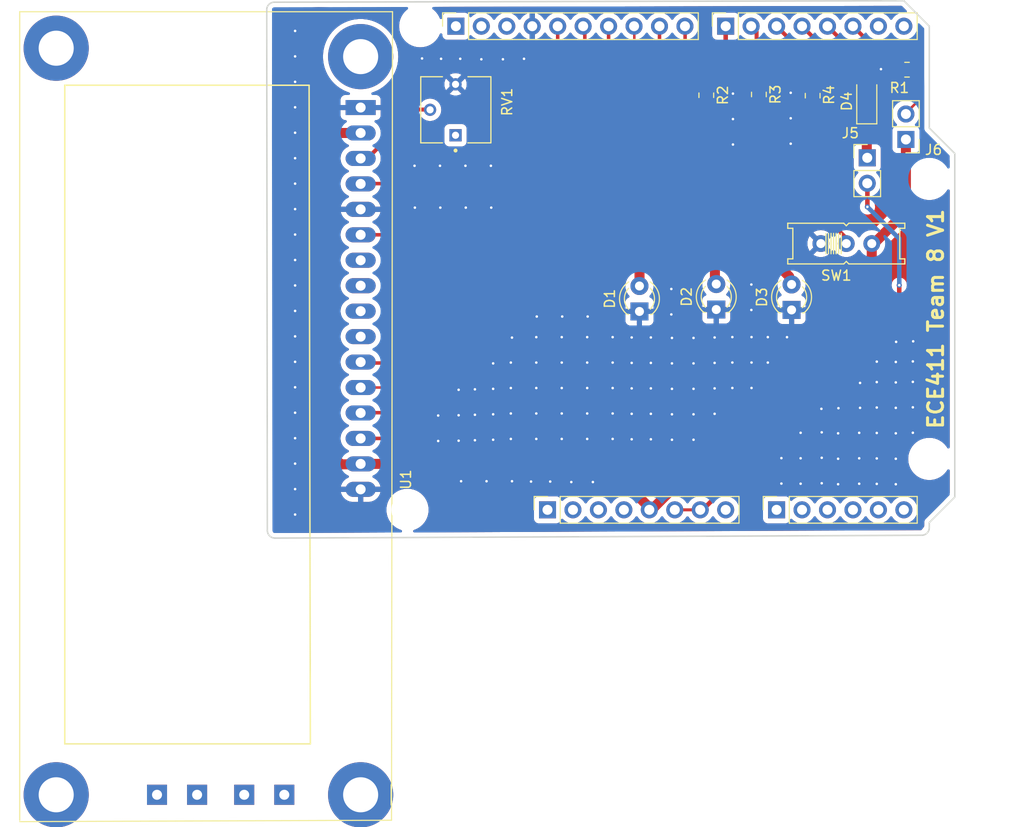
<source format=kicad_pcb>
(kicad_pcb (version 20211014) (generator pcbnew)
  (title_block (title "PCB Layout Arduino Shield") (date "2022-11-09") (rev "02"))
  (layers (0 "F.Cu" signal) (31 "B.Cu" signal) (34 "B.Paste" user) (35 "F.Paste" user) (36 "B.SilkS" user "B.Silkscreen") (37 "F.SilkS" user "F.Silkscreen") (38 "B.Mask" user) (39 "F.Mask" user) (44 "Edge.Cuts" user))
  (net 0 "")
  (net 1 "GND")
  (net 2 "Net-(D1-Pad2)")
  (net 3 "Net-(D2-Pad2)")
  (net 4 "Net-(D3-Pad2)")
  (net 5 "/UNO_DP10")
  (net 10 "+5V")
  (net 15 "/UNO_DP13")
  (net 16 "/UNO_DP12")
  (net 17 "/UNO_DP11")
  (net 18 "/UNO_DP9")
  (net 19 "/UNO_DP8")
  (net 20 "/UNO_DP7")
  (net 21 "/UNO_DP6")
  (net 22 "/UNO_DP5")
  (net 23 "/UNO_DP4")
  (net 24 "/UNO_DP3")
  (net 25 "/UNO_DP2")
  (net 28 "Net-(RV1-Pad2)")
  (net 38 "Net-(D4-Pad1)")
  (net 45 "GNDPWR")
  (footprint "Resistor_SMD:R_0805_2012Metric" (layer "F.Cu") (at 174.32717 70.272481 -90)
    (fp_text reference "R4" (at -0.078278 -1.635262 90) (layer "F.SilkS"))
    (fp_text value "330")
    (fp_line (start -0.227064 -0.735) (end 0.227064 -0.735) (layer "F.SilkS") (width 0.12))
    (fp_line (start -0.227064 0.735) (end 0.227064 0.735) (layer "F.SilkS") (width 0.12))
    (pad "1" smd roundrect (at -0.9125 0 270) (size 1.025 1.4) (layers "F.Cu" "F.Paste" "F.Mask") (roundrect_rratio 0.243902) (net 22 "/UNO_DP5"))
    (pad "2" smd roundrect (at 0.9125 0 270) (size 1.025 1.4) (layers "F.Cu" "F.Paste" "F.Mask") (roundrect_rratio 0.243902) (net 4 "Net-(D3-Pad2)"))
  )
  (footprint "trimmer:TRIM_3362P-1-505LF" (layer "F.Cu") (at 138.688281 71.683478 90)
    (fp_text reference "RV1" (at 0.783346 5.149516 90) (layer "F.SilkS") (effects (font (size 1.002756 1.002756))))
    (fp_text value "R_Potentiometer")
    (fp_line (start 3.3 -3.47) (end 3.3 -1.305) (layer "F.SilkS") (width 0.127))
    (fp_line (start 3.3 3.53) (end -3.3 3.53) (layer "F.SilkS") (width 0.127))
    (fp_line (start -3.3 -3.47) (end 3.3 -3.47) (layer "F.SilkS") (width 0.127))
    (fp_line (start 3.3 1.235) (end 3.3 3.52) (layer "F.SilkS") (width 0.127))
    (fp_line (start -3.3 3.52) (end -3.3 1.235) (layer "F.SilkS") (width 0.127))
    (fp_line (start -3.3 -1.305) (end -3.3 -3.47) (layer "F.SilkS") (width 0.127))
    (fp_circle (center -4.064 0) (end -3.964 0) (layer "F.SilkS") (width 0.2) (fill none))
    (pad "1" thru_hole rect locked (at -2.54 0 90) (size 1.222 1.222) (drill 0.714) (layers *.Cu *.Mask))
    (pad "2" thru_hole circle locked (at 0 -2.54 90) (size 1.222 1.222) (drill 0.714) (layers *.Cu *.Mask) (net 28 "Net-(RV1-Pad2)"))
    (pad "3" thru_hole circle locked (at 2.54 0 90) (size 1.222 1.222) (drill 0.714) (layers *.Cu *.Mask) (net 1 "GND"))
  )
  (footprint "Resistor_SMD:R_0805_2012Metric" (layer "F.Cu") (at 168.960138 70.153214 -90)
    (fp_text reference "R3" (at 0 -1.65 90) (layer "F.SilkS"))
    (fp_text value "330")
    (fp_line (start -0.227064 -0.735) (end 0.227064 -0.735) (layer "F.SilkS") (width 0.12))
    (fp_line (start -0.227064 0.735) (end 0.227064 0.735) (layer "F.SilkS") (width 0.12))
    (pad "1" smd roundrect (at -0.9125 0 270) (size 1.025 1.4) (layers "F.Cu" "F.Paste" "F.Mask") (roundrect_rratio 0.243902) (net 21 "/UNO_DP6"))
    (pad "2" smd roundrect (at 0.9125 0 270) (size 1.025 1.4) (layers "F.Cu" "F.Paste" "F.Mask") (roundrect_rratio 0.243902) (net 3 "Net-(D2-Pad2)"))
  )
  (footprint "Diode_SMD:D_SOD-123" (layer "F.Cu") (at 179.726747 70.834198 90)
    (fp_text reference "D4" (at 0 -2 90) (layer "F.SilkS"))
    (fp_text value "1N4148W")
    (fp_line (start -2.25 -1) (end 1.65 -1) (layer "F.SilkS") (width 0.12))
    (fp_line (start -2.25 -1) (end -2.25 1) (layer "F.SilkS") (width 0.12))
    (fp_line (start -2.25 1) (end 1.65 1) (layer "F.SilkS") (width 0.12))
    (pad "1" smd rect (at -1.65 0 90) (size 0.9 1.2) (layers "F.Cu" "F.Paste" "F.Mask") (net 38 "Net-(D4-Pad1)"))
    (pad "2" smd rect (at 1.65 0 90) (size 0.9 1.2) (layers "F.Cu" "F.Paste" "F.Mask") (net 24 "/UNO_DP3"))
  )
  (footprint "Connector_PinHeader_2.54mm:PinHeader_1x02_P2.54mm_Vertical" (layer "F.Cu") (at 183.630604 74.644607 180)
    (fp_text reference "J6" (at -2.758401 -1.034331) (layer "F.SilkS"))
    (fp_text value "Conn_01x02")
    (fp_line (start -1.33 -1.33) (end 0 -1.33) (layer "F.SilkS") (width 0.12))
    (fp_line (start 1.33 1.27) (end 1.33 3.87) (layer "F.SilkS") (width 0.12))
    (fp_line (start -1.33 3.87) (end 1.33 3.87) (layer "F.SilkS") (width 0.12))
    (fp_line (start -1.33 1.27) (end 1.33 1.27) (layer "F.SilkS") (width 0.12))
    (fp_line (start -1.33 1.27) (end -1.33 3.87) (layer "F.SilkS") (width 0.12))
    (fp_line (start -1.33 0) (end -1.33 -1.33) (layer "F.SilkS") (width 0.12))
    (pad "1" thru_hole rect (at 0 0 180) (size 1.7 1.7) (drill 1) (layers *.Cu *.Mask) (net 10 "+5V"))
    (pad "2" thru_hole oval (at 0 2.54 180) (size 1.7 1.7) (drill 1) (layers *.Cu *.Mask) (net 25 "/UNO_DP2"))
  )
  (footprint "Connector_PinHeader_2.54mm:PinHeader_1x02_P2.54mm_Vertical" (layer "F.Cu") (at 179.773182 76.475507)
    (fp_text reference "J5" (at -1.688258 -2.460925) (layer "F.SilkS"))
    (fp_text value "Conn_01x02")
    (fp_line (start -1.33 1.27) (end 1.33 1.27) (layer "F.SilkS") (width 0.12))
    (fp_line (start -1.33 -1.33) (end 0 -1.33) (layer "F.SilkS") (width 0.12))
    (fp_line (start 1.33 1.27) (end 1.33 3.87) (layer "F.SilkS") (width 0.12))
    (fp_line (start -1.33 1.27) (end -1.33 3.87) (layer "F.SilkS") (width 0.12))
    (fp_line (start -1.33 0) (end -1.33 -1.33) (layer "F.SilkS") (width 0.12))
    (fp_line (start -1.33 3.87) (end 1.33 3.87) (layer "F.SilkS") (width 0.12))
    (pad "1" thru_hole rect (at 0 0) (size 1.7 1.7) (drill 1) (layers *.Cu *.Mask) (net 38 "Net-(D4-Pad1)"))
    (pad "2" thru_hole oval (at 0 2.54) (size 1.7 1.7) (drill 1) (layers *.Cu *.Mask) (net 45 "GNDPWR"))
  )
  (footprint "Arduino_MountingHole:MountingHole_3.2mm" (layer "F.Cu") (at 185.966658 78.581644)
    (fp_text reference "MH3" hide)
    (fp_text value "MountingHole_3.2mm" hide)
    (pad "" np_thru_hole circle locked (at 0 0) (size 3.2 3.2) (drill 3.2) (layers *.Cu *.Mask))
  )
  (footprint "Connector_PinSocket_2.54mm:PinSocket_1x08_P2.54mm_Vertical" (layer "F.Cu") (at 147.866658 111.601644 90)
    (fp_text reference "J1" hide)
    (fp_text value "Power")
    (fp_line (start 0 -1.33) (end 1.33 -1.33) (layer "F.SilkS") (width 0.12))
    (fp_line (start -1.33 1.27) (end -1.33 19.11) (layer "F.SilkS") (width 0.12))
    (fp_line (start -1.33 19.11) (end 1.33 19.11) (layer "F.SilkS") (width 0.12))
    (fp_line (start 1.33 1.27) (end 1.33 19.11) (layer "F.SilkS") (width 0.12))
    (fp_line (start 1.33 -1.33) (end 1.33 0) (layer "F.SilkS") (width 0.12))
    (fp_line (start -1.33 1.27) (end 1.33 1.27) (layer "F.SilkS") (width 0.12))
    (pad "1" thru_hole rect locked (at 0 0 90) (size 1.7 1.7) (drill 1) (layers *.Cu *.Mask))
    (pad "2" thru_hole oval locked (at 0 2.54 90) (size 1.7 1.7) (drill 1) (layers *.Cu *.Mask))
    (pad "3" thru_hole oval locked (at 0 5.08 90) (size 1.7 1.7) (drill 1) (layers *.Cu *.Mask))
    (pad "4" thru_hole oval locked (at 0 7.62 90) (size 1.7 1.7) (drill 1) (layers *.Cu *.Mask))
    (pad "5" thru_hole oval locked (at 0 10.16 90) (size 1.7 1.7) (drill 1) (layers *.Cu *.Mask) (net 10 "+5V"))
    (pad "6" thru_hole oval locked (at 0 12.7 90) (size 1.7 1.7) (drill 1) (layers *.Cu *.Mask) (net 45 "GNDPWR"))
    (pad "7" thru_hole oval locked (at 0 15.24 90) (size 1.7 1.7) (drill 1) (layers *.Cu *.Mask) (net 45 "GNDPWR"))
    (pad "8" thru_hole oval locked (at 0 17.78 90) (size 1.7 1.7) (drill 1) (layers *.Cu *.Mask))
  )
  (footprint "LED_THT:LED_D3.0mm" (layer "F.Cu") (at 157.042097 91.806334 90)
    (fp_text reference "D1" (at 1.27 -2.96 90) (layer "F.SilkS"))
    (fp_text value "LED")
    (fp_line (start -0.29 1.08) (end -0.29 1.236) (layer "F.SilkS") (width 0.12))
    (fp_line (start -0.29 -1.236) (end -0.29 -1.08) (layer "F.SilkS") (width 0.12))
    (fp_arc (start 0.229039 -1.08) (mid 1.270117 -1.5) (end 2.31113 -1.079837) (layer "F.SilkS") (width 0.12))
    (fp_arc (start 2.942335 1.078608) (mid 1.366487 1.987659) (end -0.29 1.235516) (layer "F.SilkS") (width 0.12))
    (fp_arc (start -0.29 -1.235516) (mid 1.366487 -1.987659) (end 2.942335 -1.078608) (layer "F.SilkS") (width 0.12))
    (fp_arc (start 2.31113 1.079837) (mid 1.270117 1.5) (end 0.229039 1.08) (layer "F.SilkS") (width 0.12))
    (pad "1" thru_hole rect (at 0 0 90) (size 1.8 1.8) (drill 0.9) (layers *.Cu *.Mask) (net 1 "GND"))
    (pad "2" thru_hole circle (at 2.54 0 90) (size 1.8 1.8) (drill 0.9) (layers *.Cu *.Mask) (net 2 "Net-(D1-Pad2)"))
  )
  (footprint "Connector_PinSocket_2.54mm:PinSocket_1x10_P2.54mm_Vertical" (layer "F.Cu") (at 138.722658 63.341644 90)
    (fp_text reference "J2" hide)
    (fp_text value "Digital/PWM")
    (fp_line (start 1.33 1.27) (end 1.33 24.19) (layer "F.SilkS") (width 0.12))
    (fp_line (start -1.33 24.19) (end 1.33 24.19) (layer "F.SilkS") (width 0.12))
    (fp_line (start -1.33 1.27) (end -1.33 24.19) (layer "F.SilkS") (width 0.12))
    (fp_line (start 1.33 -1.33) (end 1.33 0) (layer "F.SilkS") (width 0.12))
    (fp_line (start -1.33 1.27) (end 1.33 1.27) (layer "F.SilkS") (width 0.12))
    (fp_line (start 0 -1.33) (end 1.33 -1.33) (layer "F.SilkS") (width 0.12))
    (pad "1" thru_hole rect locked (at 0 0 90) (size 1.7 1.7) (drill 1) (layers *.Cu *.Mask))
    (pad "2" thru_hole oval locked (at 0 2.54 90) (size 1.7 1.7) (drill 1) (layers *.Cu *.Mask))
    (pad "3" thru_hole oval locked (at 0 5.08 90) (size 1.7 1.7) (drill 1) (layers *.Cu *.Mask))
    (pad "4" thru_hole oval locked (at 0 7.62 90) (size 1.7 1.7) (drill 1) (layers *.Cu *.Mask) (net 1 "GND"))
    (pad "5" thru_hole oval locked (at 0 10.16 90) (size 1.7 1.7) (drill 1) (layers *.Cu *.Mask) (net 15 "/UNO_DP13"))
    (pad "6" thru_hole oval locked (at 0 12.7 90) (size 1.7 1.7) (drill 1) (layers *.Cu *.Mask) (net 16 "/UNO_DP12"))
    (pad "7" thru_hole oval locked (at 0 15.24 90) (size 1.7 1.7) (drill 1) (layers *.Cu *.Mask) (net 17 "/UNO_DP11"))
    (pad "8" thru_hole oval locked (at 0 17.78 90) (size 1.7 1.7) (drill 1) (layers *.Cu *.Mask) (net 5 "/UNO_DP10"))
    (pad "9" thru_hole oval locked (at 0 20.32 90) (size 1.7 1.7) (drill 1) (layers *.Cu *.Mask) (net 18 "/UNO_DP9"))
    (pad "10" thru_hole oval locked (at 0 22.86 90) (size 1.7 1.7) (drill 1) (layers *.Cu *.Mask) (net 19 "/UNO_DP8"))
  )
  (footprint "LED_THT:LED_D3.0mm" (layer "F.Cu") (at 172.222205 91.654025 90)
    (fp_text reference "D3" (at 1.27 -2.96 90) (layer "F.SilkS"))
    (fp_text value "LED")
    (fp_line (start -0.29 1.08) (end -0.29 1.236) (layer "F.SilkS") (width 0.12))
    (fp_line (start -0.29 -1.236) (end -0.29 -1.08) (layer "F.SilkS") (width 0.12))
    (fp_arc (start -0.29 -1.235516) (mid 1.366487 -1.987659) (end 2.942335 -1.078608) (layer "F.SilkS") (width 0.12))
    (fp_arc (start 0.229039 -1.08) (mid 1.270117 -1.5) (end 2.31113 -1.079837) (layer "F.SilkS") (width 0.12))
    (fp_arc (start 2.942335 1.078608) (mid 1.366487 1.987659) (end -0.29 1.235516) (layer "F.SilkS") (width 0.12))
    (fp_arc (start 2.31113 1.079837) (mid 1.270117 1.5) (end 0.229039 1.08) (layer "F.SilkS") (width 0.12))
    (pad "1" thru_hole rect (at 0 0 90) (size 1.8 1.8) (drill 0.9) (layers *.Cu *.Mask) (net 1 "GND"))
    (pad "2" thru_hole circle (at 2.54 0 90) (size 1.8 1.8) (drill 0.9) (layers *.Cu *.Mask) (net 4 "Net-(D3-Pad2)"))
  )
  (footprint "Arduino_MountingHole:MountingHole_3.2mm" (layer "F.Cu") (at 133.896658 111.601644)
    (fp_text reference "MH2" hide)
    (fp_text value "MountingHole_3.2mm" hide)
    (pad "" np_thru_hole circle locked (at 0 0) (size 3.2 3.2) (drill 3.2) (layers *.Cu *.Mask))
  )
  (footprint "Connector_PinSocket_2.54mm:PinSocket_1x08_P2.54mm_Vertical" (layer "F.Cu") (at 165.646658 63.341644 90)
    (fp_text reference "J4" hide)
    (fp_text value "Digital/PWM")
    (fp_line (start -1.33 1.27) (end 1.33 1.27) (layer "F.SilkS") (width 0.12))
    (fp_line (start -1.33 19.11) (end 1.33 19.11) (layer "F.SilkS") (width 0.12))
    (fp_line (start 1.33 -1.33) (end 1.33 0) (layer "F.SilkS") (width 0.12))
    (fp_line (start -1.33 1.27) (end -1.33 19.11) (layer "F.SilkS") (width 0.12))
    (fp_line (start 0 -1.33) (end 1.33 -1.33) (layer "F.SilkS") (width 0.12))
    (fp_line (start 1.33 1.27) (end 1.33 19.11) (layer "F.SilkS") (width 0.12))
    (pad "1" thru_hole rect locked (at 0 0 90) (size 1.7 1.7) (drill 1) (layers *.Cu *.Mask) (net 20 "/UNO_DP7"))
    (pad "2" thru_hole oval locked (at 0 2.54 90) (size 1.7 1.7) (drill 1) (layers *.Cu *.Mask) (net 21 "/UNO_DP6"))
    (pad "3" thru_hole oval locked (at 0 5.08 90) (size 1.7 1.7) (drill 1) (layers *.Cu *.Mask) (net 22 "/UNO_DP5"))
    (pad "4" thru_hole oval locked (at 0 7.62 90) (size 1.7 1.7) (drill 1) (layers *.Cu *.Mask) (net 23 "/UNO_DP4"))
    (pad "5" thru_hole oval locked (at 0 10.16 90) (size 1.7 1.7) (drill 1) (layers *.Cu *.Mask) (net 24 "/UNO_DP3"))
    (pad "6" thru_hole oval locked (at 0 12.7 90) (size 1.7 1.7) (drill 1) (layers *.Cu *.Mask) (net 25 "/UNO_DP2"))
    (pad "7" thru_hole oval locked (at 0 15.24 90) (size 1.7 1.7) (drill 1) (layers *.Cu *.Mask))
    (pad "8" thru_hole oval locked (at 0 17.78 90) (size 1.7 1.7) (drill 1) (layers *.Cu *.Mask))
  )
  (footprint "Resistor_SMD:R_0805_2012Metric" (layer "F.Cu") (at 183.742197 67.682633 180)
    (fp_text reference "R1" (at 0.765222 -1.813337) (layer "F.SilkS"))
    (fp_text value "10K")
    (fp_line (start -0.227064 -0.735) (end 0.227064 -0.735) (layer "F.SilkS") (width 0.12))
    (fp_line (start -0.227064 0.735) (end 0.227064 0.735) (layer "F.SilkS") (width 0.12))
    (pad "1" smd roundrect (at -0.9125 0 180) (size 1.025 1.4) (layers "F.Cu" "F.Paste" "F.Mask") (roundrect_rratio 0.243902) (net 25 "/UNO_DP2"))
    (pad "2" smd roundrect (at 0.9125 0 180) (size 1.025 1.4) (layers "F.Cu" "F.Paste" "F.Mask") (roundrect_rratio 0.243902) (net 1 "GND"))
  )
  (footprint "LED_THT:LED_D3.0mm" (layer "F.Cu") (at 164.706818 91.61367 90)
    (fp_text reference "D2" (at 1.27 -2.96 90) (layer "F.SilkS"))
    (fp_text value "LED")
    (fp_line (start -0.29 1.08) (end -0.29 1.236) (layer "F.SilkS") (width 0.12))
    (fp_line (start -0.29 -1.236) (end -0.29 -1.08) (layer "F.SilkS") (width 0.12))
    (fp_arc (start 0.229039 -1.08) (mid 1.270117 -1.5) (end 2.31113 -1.079837) (layer "F.SilkS") (width 0.12))
    (fp_arc (start 2.31113 1.079837) (mid 1.270117 1.5) (end 0.229039 1.08) (layer "F.SilkS") (width 0.12))
    (fp_arc (start 2.942335 1.078608) (mid 1.366487 1.987659) (end -0.29 1.235516) (layer "F.SilkS") (width 0.12))
    (fp_arc (start -0.29 -1.235516) (mid 1.366487 -1.987659) (end 2.942335 -1.078608) (layer "F.SilkS") (width 0.12))
    (pad "1" thru_hole rect (at 0 0 90) (size 1.8 1.8) (drill 0.9) (layers *.Cu *.Mask) (net 1 "GND"))
    (pad "2" thru_hole circle (at 2.54 0 90) (size 1.8 1.8) (drill 0.9) (layers *.Cu *.Mask) (net 3 "Net-(D2-Pad2)"))
  )
  (footprint "Resistor_SMD:R_0805_2012Metric" (layer "F.Cu") (at 163.712372 70.230842 -90)
    (fp_text reference "R2" (at 0 -1.65 90) (layer "F.SilkS"))
    (fp_text value "330")
    (fp_line (start -0.227064 -0.735) (end 0.227064 -0.735) (layer "F.SilkS") (width 0.12))
    (fp_line (start -0.227064 0.735) (end 0.227064 0.735) (layer "F.SilkS") (width 0.12))
    (pad "1" smd roundrect (at -0.9125 0 270) (size 1.025 1.4) (layers "F.Cu" "F.Paste" "F.Mask") (roundrect_rratio 0.243902) (net 20 "/UNO_DP7"))
    (pad "2" smd roundrect (at 0.9125 0 270) (size 1.025 1.4) (layers "F.Cu" "F.Paste" "F.Mask") (roundrect_rratio 0.243902) (net 2 "Net-(D1-Pad2)"))
  )
  (footprint "Connector_PinSocket_2.54mm:PinSocket_1x06_P2.54mm_Vertical" (layer "F.Cu") (at 170.726658 111.601644 90)
    (fp_text reference "J3" hide)
    (fp_text value "Analog")
    (fp_line (start -1.33 1.27) (end 1.33 1.27) (layer "F.SilkS") (width 0.12))
    (fp_line (start -1.33 1.27) (end -1.33 14.03) (layer "F.SilkS") (width 0.12))
    (fp_line (start 0 -1.33) (end 1.33 -1.33) (layer "F.SilkS") (width 0.12))
    (fp_line (start 1.33 1.27) (end 1.33 14.03) (layer "F.SilkS") (width 0.12))
    (fp_line (start 1.33 -1.33) (end 1.33 0) (layer "F.SilkS") (width 0.12))
    (fp_line (start -1.33 14.03) (end 1.33 14.03) (layer "F.SilkS") (width 0.12))
    (pad "1" thru_hole rect locked (at 0 0 90) (size 1.7 1.7) (drill 1) (layers *.Cu *.Mask))
    (pad "2" thru_hole oval locked (at 0 2.54 90) (size 1.7 1.7) (drill 1) (layers *.Cu *.Mask))
    (pad "3" thru_hole oval locked (at 0 5.08 90) (size 1.7 1.7) (drill 1) (layers *.Cu *.Mask))
    (pad "4" thru_hole oval locked (at 0 7.62 90) (size 1.7 1.7) (drill 1) (layers *.Cu *.Mask))
    (pad "5" thru_hole oval locked (at 0 10.16 90) (size 1.7 1.7) (drill 1) (layers *.Cu *.Mask))
    (pad "6" thru_hole oval locked (at 0 12.7 90) (size 1.7 1.7) (drill 1) (layers *.Cu *.Mask))
  )
  (footprint "Arduino_MountingHole:MountingHole_3.2mm" (layer "F.Cu") (at 185.966658 106.521644)
    (fp_text reference "MH4" hide)
    (fp_text value "MountingHole_3.2mm" hide)
    (pad "" np_thru_hole circle locked (at 0 0) (size 3.2 3.2) (drill 3.2) (layers *.Cu *.Mask))
  )
  (footprint "Arduino_MountingHole:MountingHole_3.2mm" (layer "F.Cu") (at 135.166658 63.341644)
    (fp_text reference "MH1" hide)
    (fp_text value "MountingHole_3.2mm" hide)
    (pad "" np_thru_hole circle locked (at 0 0) (size 3.2 3.2) (drill 3.2) (layers *.Cu *.Mask))
  )
  (footprint "Display:LCD-016N002L" (layer "F.Cu") (at 116.963929 109.874968 -90)
    (fp_text reference "U1" (at -1.292783 -16.772457 90) (layer "F.SilkS"))
    (fp_text value "LCD-016N002L")
    (fp_line (start 32.7025 -15.3355) (end 32.8425 21.7645) (layer "F.SilkS") (width 0.12))
    (fp_line (start -47.9775 -15.4355) (end -47.9775 21.7645) (layer "F.SilkS") (width 0.12))
    (fp_line (start -47.9775 21.7645) (end 32.7025 21.7645) (layer "F.SilkS") (width 0.12))
    (fp_line (start -40.64 17.272) (end 25.0825 17.272) (layer "F.SilkS") (width 0.15))
    (fp_line (start 29.1625 -15.2955) (end 31.1625 -15.2955) (layer "F.SilkS") (width 0.12))
    (fp_line (start 25.0825 -7.239) (end -40.64 -7.112) (layer "F.SilkS") (width 0.15))
    (fp_line (start 32.7025 -15.3355) (end -47.9775 -15.4355) (layer "F.SilkS") (width 0.12))
    (fp_line (start 25.0825 17.272) (end 25.0825 -7.239) (layer "F.SilkS") (width 0.15))
    (fp_line (start -40.64 -7.112) (end -40.64 17.272) (layer "F.SilkS") (width 0.15))
    (pad "" thru_hole circle (at -43.4975 -12.2555 90) (size 6.5 6.5) (drill 3.5) (layers *.Cu *.Mask))
    (pad "" thru_hole circle (at 30.1625 18.1245 90) (size 6.5 6.5) (drill 3.5) (layers *.Cu *.Mask))
    (pad "" thru_hole circle (at -44.3375 18.1245 90) (size 6.5 6.5) (drill 3.5) (layers *.Cu *.Mask))
    (pad "" thru_hole circle (at 30.1625 -12.2555 90) (size 6.5 6.5) (drill 3.5) (layers *.Cu *.Mask))
    (pad "1" thru_hole rect (at -38.4175 -12.2555 90) (size 1.5 3) (drill 1) (layers *.Cu *.Mask) (net 1 "GND"))
    (pad "2" thru_hole oval (at -35.8775 -12.2555 90) (size 1.5 3) (drill 1) (layers *.Cu *.Mask) (net 10 "+5V"))
    (pad "3" thru_hole oval (at -33.3375 -12.2555 90) (size 1.5 3) (drill 1) (layers *.Cu *.Mask) (net 28 "Net-(RV1-Pad2)"))
    (pad "4" thru_hole oval (at -30.7975 -12.2555 90) (size 1.5 3) (drill 1) (layers *.Cu *.Mask) (net 15 "/UNO_DP13"))
    (pad "5" thru_hole oval (at -28.2575 -12.2555 90) (size 1.5 3) (drill 1) (layers *.Cu *.Mask) (net 1 "GND"))
    (pad "6" thru_hole oval (at -25.7175 -12.2555 90) (size 1.5 3) (drill 1) (layers *.Cu *.Mask) (net 16 "/UNO_DP12"))
    (pad "7" thru_hole oval (at -23.1775 -12.2555 90) (size 1.5 3) (drill 1) (layers *.Cu *.Mask))
    (pad "8" thru_hole oval (at -20.6375 -12.2555 90) (size 1.5 3) (drill 1) (layers *.Cu *.Mask))
    (pad "9" thru_hole oval (at -18.0975 -12.2555 90) (size 1.5 3) (drill 1) (layers *.Cu *.Mask))
    (pad "10" thru_hole oval (at -15.5575 -12.2555 90) (size 1.5 3) (drill 1) (layers *.Cu *.Mask))
    (pad "11" thru_hole oval (at -13.0175 -12.2555 90) (size 1.5 3) (drill 1) (layers *.Cu *.Mask) (net 17 "/UNO_DP11"))
    (pad "12" thru_hole oval (at -10.4775 -12.2555 90) (size 1.5 3) (drill 1) (layers *.Cu *.Mask) (net 5 "/UNO_DP10"))
    (pad "13" thru_hole oval (at -7.9375 -12.2555 90) (size 1.5 3) (drill 1) (layers *.Cu *.Mask) (net 18 "/UNO_DP9"))
    (pad "14" thru_hole oval (at -5.3975 -12.2555 90) (size 1.5 3) (drill 1) (layers *.Cu *.Mask) (net 19 "/UNO_DP8"))
    (pad "15" thru_hole oval (at -2.8575 -12.2555 90) (size 1.5 3) (drill 1) (layers *.Cu *.Mask) (net 10 "+5V"))
    (pad "16" thru_hole oval (at -0.3175 -12.2555 90) (size 1.5 3) (drill 1) (layers *.Cu *.Mask) (net 1 "GND"))
    (pad "A1" thru_hole rect (at 30.1625 -4.6355 90) (size 2 2) (drill 1) (layers *.Cu *.Mask))
    (pad "A2" thru_hole rect (at 30.1625 4.0645 90) (size 2 2) (drill 1) (layers *.Cu *.Mask))
    (pad "K1" thru_hole rect (at 30.1625 -0.6355 90) (size 2 2) (drill 1) (layers *.Cu *.Mask))
    (pad "K2" thru_hole rect (at 30.1625 8.0645 90) (size 2 2) (drill 1) (layers *.Cu *.Mask))
  )
  (footprint "slideswitch:EG1218" (layer "F.Cu") (at 177.682885 85.033657)
    (fp_text reference "SW1" (at -1.000352 3.186822) (layer "F.SilkS"))
    (fp_text value "SW_SPDT")
    (fp_line (start -5.334 1.524) (end -5.334 -1.524) (layer "F.SilkS") (width 0.127))
    (fp_line (start -2.032 -1.016) (end -2.032 1.016) (layer "F.SilkS") (width 0.127))
    (fp_line (start 0.254 2.032) (end 0 1.778) (layer "F.SilkS") (width 0.127))
    (fp_line (start 5.334 1.524) (end 5.842 1.524) (layer "F.SilkS") (width 0.127))
    (fp_line (start 0 -1.778) (end 0.254 -2.032) (layer "F.SilkS") (width 0.127))
    (fp_line (start 5.842 -2.032) (end 5.842 -1.524) (layer "F.SilkS") (width 0.127))
    (fp_line (start 0.254 -2.032) (end 5.842 -2.032) (layer "F.SilkS") (width 0.127))
    (fp_line (start -5.334 -1.524) (end -5.842 -1.524) (layer "F.SilkS") (width 0.127))
    (fp_line (start -1.27 1.016) (end -1.27 -1.016) (layer "F.SilkS") (width 0.127))
    (fp_line (start 5.842 -1.524) (end 5.334 -1.524) (layer "F.SilkS") (width 0.127))
    (fp_line (start -0.762 1.016) (end -0.762 -1.016) (layer "F.SilkS") (width 0.127))
    (fp_line (start 5.334 -1.524) (end 5.334 1.524) (layer "F.SilkS") (width 0.127))
    (fp_line (start 5.842 1.524) (end 5.842 2.032) (layer "F.SilkS") (width 0.127))
    (fp_line (start -5.842 -1.524) (end -5.842 -2.032) (layer "F.SilkS") (width 0.127))
    (fp_line (start -1.524 -1.016) (end -1.524 1.016) (layer "F.SilkS") (width 0.127))
    (fp_line (start -1.778 1.016) (end -1.778 -1.016) (layer "F.SilkS") (width 0.127))
    (fp_line (start 5.842 2.032) (end 0.254 2.032) (layer "F.SilkS") (width 0.127))
    (fp_line (start 0 1.778) (end -0.254 2.032) (layer "F.SilkS") (width 0.127))
    (fp_line (start -0.508 -1.016) (end -0.508 1.016) (layer "F.SilkS") (width 0.127))
    (fp_line (start -1.016 -1.016) (end -1.016 1.016) (layer "F.SilkS") (width 0.127))
    (fp_line (start -5.842 1.524) (end -5.334 1.524) (layer "F.SilkS") (width 0.127))
    (fp_line (start -5.842 -2.032) (end -0.254 -2.032) (layer "F.SilkS") (width 0.127))
    (fp_line (start -5.842 2.032) (end -5.842 1.524) (layer "F.SilkS") (width 0.127))
    (fp_line (start -0.254 2.032) (end -5.842 2.032) (layer "F.SilkS") (width 0.127))
    (fp_line (start -0.254 -2.032) (end 0 -1.778) (layer "F.SilkS") (width 0.127))
    (pad "1" thru_hole circle locked (at -2.54 0) (size 1.6764 1.6764) (drill 0.9) (layers *.Cu *.Mask) (net 1 "GND"))
    (pad "2" thru_hole circle locked (at 0 0) (size 1.6764 1.6764) (drill 0.9) (layers *.Cu *.Mask) (net 23 "/UNO_DP4"))
    (pad "3" thru_hole circle locked (at 2.54 0) (size 1.6764 1.6764) (drill 0.9) (layers *.Cu *.Mask) (net 10 "+5V"))
  )
  (gr_line (start 119.910205 113.66038) (end 119.846739 61.70681) (layer "Edge.Cuts") (width 0.15))
  (gr_arc (start 119.846739 61.70681) (mid 120.069935 61.16801) (end 120.608739 60.94481) (layer "Edge.Cuts") (width 0.15))
  (gr_arc (start 185.966658 113.379644) (mid 185.743473 113.918459) (end 185.204658 114.141644) (layer "Edge.Cuts") (width 0.15))
  (gr_line (start 188.506658 76.041644) (end 188.506658 110.331644) (layer "Edge.Cuts") (width 0.15))
  (gr_arc (start 120.672205 114.42238) (mid 120.133347 114.199214) (end 119.910205 113.66038) (layer "Edge.Cuts") (width 0.15))
  (gr_line (start 120.608739 60.94481) (end 183.426658 60.801644) (layer "Edge.Cuts") (width 0.15))
  (gr_line (start 185.204658 114.141644) (end 120.672205 114.42238) (layer "Edge.Cuts") (width 0.15))
  (gr_line (start 185.966658 112.871644) (end 185.966658 113.379644) (layer "Edge.Cuts") (width 0.15))
  (gr_line (start 183.426658 60.801644) (end 185.966658 63.341644) (layer "Edge.Cuts") (width 0.15))
  (gr_line (start 185.966658 73.501644) (end 188.506658 76.041644) (layer "Edge.Cuts") (width 0.15))
  (gr_line (start 188.506658 110.331644) (end 185.966658 112.871644) (layer "Edge.Cuts") (width 0.15))
  (gr_line (start 185.966658 63.341644) (end 185.966658 73.501644) (layer "Edge.Cuts") (width 0.15))
  (gr_text "ECE411 Team 8 V1" (at 186.611308 92.553979 90) (layer "F.SilkS") (effects (font (size 1.5 1.5) (thickness 0.3))))
  (segment (start 182.83757 67.626785) (end 182.842269 67.631484) (width 0.1524) (layer "F.Cu") (net 1))
  (segment (start 181.141524 67.626785) (end 182.83757 67.626785) (width 0.3) (layer "F.Cu") (net 1))
  (via (at 184.322622 98.832407) (size 0.508) (drill 0.254) (layers "F.Cu" "B.Cu") (net 1))
  (via (at 144.206887 96.908482) (size 0.508) (drill 0.254) (layers "F.Cu" "B.Cu") (net 1))
  (via (at 140.62381 104.658002) (size 0.508) (drill 0.254) (layers "F.Cu" "B.Cu") (net 1))
  (via (at 158.179821 102.022329) (size 0.508) (drill 0.254) (layers "F.Cu" "B.Cu") (net 1))
  (via (at 141.783055 108.747826) (size 0.508) (drill 0.254) (layers "F.Cu" "B.Cu") (net 1))
  (via (at 184.322622 101.372407) (size 0.508) (drill 0.254) (layers "F.Cu" "B.Cu") (net 1))
  (via (at 138.997367 104.705838) (size 0.508) (drill 0.254) (layers "F.Cu" "B.Cu") (net 1))
  (via (at 168.225495 96.903819) (size 0.508) (drill 0.254) (layers "F.Cu" "B.Cu") (net 1))
  (via (at 169.851937 96.908482) (size 0.508) (drill 0.254) (layers "F.Cu" "B.Cu") (net 1))
  (via (at 156.266359 99.482329) (size 0.508) (drill 0.254) (layers "F.Cu" "B.Cu") (net 1))
  (via (at 184.324986 96.793185) (size 0.508) (drill 0.254) (layers "F.Cu" "B.Cu") (net 1))
  (via (at 168.208303 91.659802) (size 0.508) (drill 0.254) (layers "F.Cu" "B.Cu") (net 1))
  (via (at 136.956816 104.732752) (size 0.508) (drill 0.254) (layers "F.Cu" "B.Cu") (net 1))
  (via (at 146.746887 104.528482) (size 0.508) (drill 0.254) (layers "F.Cu" "B.Cu") (net 1))
  (via (at 162.437273 96.990165) (size 0.508) (drill 0.254) (layers "F.Cu" "B.Cu") (net 1))
  (via (at 154.366887 96.908482) (size 0.508) (drill 0.254) (layers "F.Cu" "B.Cu") (net 1))
  (via (at 168.225495 94.363819) (size 0.508) (drill 0.254) (layers "F.Cu" "B.Cu") (net 1))
  (via (at 176.897738 101.459251) (size 0.508) (drill 0.254) (layers "F.Cu" "B.Cu") (net 1))
  (via (at 162.437273 99.530165) (size 0.508) (drill 0.254) (layers "F.Cu" "B.Cu") (net 1))
  (via (at 164.542081 102.022329) (size 0.508) (drill 0.254) (layers "F.Cu" "B.Cu") (net 1))
  (via (at 156.266359 102.022329) (size 0.508) (drill 0.254) (layers "F.Cu" "B.Cu") (net 1))
  (via (at 154.366887 101.988482) (size 0.508) (drill 0.254) (layers "F.Cu" "B.Cu") (net 1))
  (via (at 181.141524 67.626785) (size 0.508) (drill 0.254) (layers "F.Cu" "B.Cu") (net 1))
  (via (at 156.266359 94.402329) (size 0.508) (drill 0.254) (layers "F.Cu" "B.Cu") (net 1))
  (via (at 172.135645 75.068201) (size 0.508) (drill 0.254) (layers "F.Cu" "B.Cu") (net 1))
  (via (at 137.137001 77.270621) (size 0.508) (drill 0.254) (layers "F.Cu" "B.Cu") (net 1))
  (via (at 146.746887 94.368482) (size 0.508) (drill 0.254) (layers "F.Cu" "B.Cu") (net 1))
  (via (at 180.722296 101.393832) (size 0.508) (drill 0.254) (layers "F.Cu" "B.Cu") (net 1))
  (via (at 152.393441 108.829509) (size 0.508) (drill 0.254) (layers "F.Cu" "B.Cu") (net 1))
  (via (at 149.333889 92.313173) (size 0.508) (drill 0.254) (layers "F.Cu" "B.Cu") (net 1))
  (via (at 164.542081 99.482329) (size 0.508) (drill 0.254) (layers "F.Cu" "B.Cu") (net 1))
  (via (at 122.679337 109.533336) (size 0.508) (drill 0.254) (layers "F.Cu" "B.Cu") (net 1))
  (via (at 143.416845 66.641836) (size 0.508) (drill 0.254) (layers "F.Cu" "B.Cu") (net 1))
  (via (at 142.441598 104.610165) (size 0.508) (drill 0.254) (layers "F.Cu" "B.Cu") (net 1))
  (via (at 146.222527 108.781673) (size 0.508) (drill 0.254) (layers "F.Cu" "B.Cu") (net 1))
  (via (at 151.826887 94.368482) (size 0.508) (drill 0.254) (layers "F.Cu" "B.Cu") (net 1))
  (via (at 166.312033 99.443819) (size 0.508) (drill 0.254) (layers "F.Cu" "B.Cu") (net 1))
  (via (at 156.266359 104.562329) (size 0.508) (drill 0.254) (layers "F.Cu" "B.Cu") (net 1))
  (via (at 122.679337 84.133336) (size 0.508) (drill 0.254) (layers "F.Cu" "B.Cu") (net 1))
  (via (at 160.284629 96.990165) (size 0.508) (drill 0.254) (layers "F.Cu" "B.Cu") (net 1))
  (via (at 156.266359 96.942329) (size 0.508) (drill 0.254) (layers "F.Cu" "B.Cu") (net 1))
  (via (at 175.229592 108.949553) (size 0.508) (drill 0.254) (layers "F.Cu" "B.Cu") (net 1))
  (via (at 144.323055 108.747826) (size 0.508) (drill 0.254) (layers "F.Cu" "B.Cu") (net 1))
  (via (at 122.679337 68.893336) (size 0.508) (drill 0.254) (layers "F.Cu" "B.Cu") (net 1))
  (via (at 171.765399 94.373145) (size 0.508) (drill 0.254) (layers "F.Cu" "B.Cu") (net 1))
  (via (at 137.245931 66.594) (size 0.508) (drill 0.254) (layers "F.Cu" "B.Cu") (net 1))
  (via (at 122.679337 76.513336) (size 0.508) (drill 0.254) (layers "F.Cu" "B.Cu") (net 1))
  (via (at 149.286887 96.908482) (size 0.508) (drill 0.254) (layers "F.Cu" "B.Cu") (net 1))
  (via (at 178.969837 106.459843) (size 0.508) (drill 0.254) (layers "F.Cu" "B.Cu") (net 1))
  (via (at 138.997367 102.165838) (size 0.508) (drill 0.254) (layers "F.Cu" "B.Cu") (net 1))
  (via (at 122.679337 91.753336) (size 0.508) (drill 0.254) (layers "F.Cu" "B.Cu") (net 1))
  (via (at 182.621768 109.047679) (size 0.508) (drill 0.254) (layers "F.Cu" "B.Cu") (net 1))
  (via (at 158.179821 94.402329) (size 0.508) (drill 0.254) (layers "F.Cu" "B.Cu") (net 1))
  (via (at 122.679337 81.593336) (size 0.508) (drill 0.254) (layers "F.Cu" "B.Cu") (net 1))
  (via (at 122.679337 79.053336) (size 0.508) (drill 0.254) (layers "F.Cu" "B.Cu") (net 1))
  (via (at 151.826887 99.448482) (size 0.508) (drill 0.254) (layers "F.Cu" "B.Cu") (net 1))
  (via (at 160.221627 92.10448) (size 0.508) (drill 0.254) (layers "F.Cu" "B.Cu") (net 1))
  (via (at 178.969837 103.919843) (size 0.508) (drill 0.254) (layers "F.Cu" "B.Cu") (net 1))
  (via (at 158.179821 104.562329) (size 0.508) (drill 0.254) (layers "F.Cu" "B.Cu") (net 1))
  (via (at 172.135645 69.988201) (size 0.508) (drill 0.254) (layers "F.Cu" "B.Cu") (net 1))
  (via (at 172.135645 72.528201) (size 0.508) (drill 0.254) (layers "F.Cu" "B.Cu") (net 1))
  (via (at 122.679337 96.833336) (size 0.508) (drill 0.254) (layers "F.Cu" "B.Cu") (net 1))
  (via (at 160.284629 94.450165) (size 0.508) (drill 0.254) (layers "F.Cu" "B.Cu") (net 1))
  (via (at 182.621768 106.507679) (size 0.508) (drill 0.254) (layers "F.Cu" "B.Cu") (net 1))
  (via (at 164.542081 94.402329) (size 0.508) (drill 0.254) (layers "F.Cu" "B.Cu") (net 1))
  (via (at 166.312033 96.903819) (size 0.508) (drill 0.254) (layers "F.Cu" "B.Cu") (net 1))
  (via (at 166.372113 72.608584) (size 0.508) (drill 0.254) (layers "F.Cu" "B.Cu") (net 1))
  (via (at 151.826887 96.908482) (size 0.508) (drill 0.254) (layers "F.Cu" "B.Cu") (net 1))
  (via (at 146.746887 96.908482) (size 0.508) (drill 0.254) (layers "F.Cu" "B.Cu") (net 1))
  (via (at 182.621768 98.887679) (size 0.508) (drill 0.254) (layers "F.Cu" "B.Cu") (net 1))
  (via (at 137.171404 81.446616) (size 0.508) (drill 0.254) (layers "F.Cu" "B.Cu") (net 1))
  (via (at 182.621768 103.967679) (size 0.508) (drill 0.254) (layers "F.Cu" "B.Cu") (net 1))
  (via (at 138.997367 99.625838) (size 0.508) (drill 0.254) (layers "F.Cu" "B.Cu") (net 1))
  (via (at 182.654477 94.84194) (size 0.508) (drill 0.254) (layers "F.Cu" "B.Cu") (net 1))
  (via (at 136.956816 102.192752) (size 0.508) (drill 0.254) (layers "F.Cu" "B.Cu") (net 1))
  (via (at 162.437273 94.450165) (size 0.508) (drill 0.254) (layers "F.Cu" "B.Cu") (net 1))
  (via (at 168.208303 89.119802) (size 0.508) (drill 0.254) (layers "F.Cu" "B.Cu") (net 1))
  (via (at 176.865029 106.507679) (size 0.508) (drill 0.254) (layers "F.Cu" "B.Cu") (net 1))
  (via (at 144.206887 99.448482) (size 0.508) (drill 0.254) (layers "F.Cu" "B.Cu") (net 1))
  (via (at 168.225495 99.443819) (size 0.508) (drill 0.254) (layers "F.Cu" "B.Cu") (net 1))
  (via (at 122.679337 101.913336) (size 0.508) (drill 0.254) (layers "F.Cu" "B.Cu") (net 1))
  (via (at 154.366887 94.368482) (size 0.508) (drill 0.254) (layers "F.Cu" "B.Cu") (net 1))
  (via (at 176.865029 103.967679) (size 0.508) (drill 0.254) (layers "F.Cu" "B.Cu") (net 1))
  (via (at 142.217001 77.270621) (size 0.508) (drill 0.254) (layers "F.Cu" "B.Cu") (net 1))
  (via (at 122.679337 112.073336) (size 0.508) (drill 0.254) (layers "F.Cu" "B.Cu") (net 1))
  (via (at 175.229592 103.869553) (size 0.508) (drill 0.254) (layers "F.Cu" "B.Cu") (net 1))
  (via (at 154.366887 104.528482) (size 0.508) (drill 0.254) (layers "F.Cu" "B.Cu") (net 1))
  (via (at 122.679337 99.373336) (size 0.508) (drill 0.254) (layers "F.Cu" "B.Cu") (net 1))
  (via (at 149.286887 104.528482) (size 0.508) (drill 0.254) (layers "F.Cu" "B.Cu") (net 1))
  (via (at 146.746887 101.988482) (size 0.508) (drill 0.254) (layers "F.Cu" "B.Cu") (net 1))
  (via (at 184.322622 103.912407) (size 0.508) (drill 0.254) (layers "F.Cu" "B.Cu") (net 1))
  (via (at 184.355331 94.786668) (size 0.508) (drill 0.254) (layers "F.Cu" "B.Cu") (net 1))
  (via (at 179.056515 98.940678) (size 0.508) (drill 0.254) (layers "F.Cu" "B.Cu") (net 1))
  (via (at 144.206887 101.988482) (size 0.508) (drill 0.254) (layers "F.Cu" "B.Cu") (net 1))
  (via (at 164.542081 96.942329) (size 0.508) (drill 0.254) (layers "F.Cu" "B.Cu") (net 1))
  (via (at 166.312033 94.363819) (size 0.508) (drill 0.254) (layers "F.Cu" "B.Cu") (net 1))
  (via (at 142.251404 81.446616) (size 0.508) (drill 0.254) (layers "F.Cu" "B.Cu") (net 1))
  (via (at 122.679337 63.813336) (size 0.508) (drill 0.254) (layers "F.Cu" "B.Cu") (net 1))
  (via (at 182.624132 96.848457) (size 0.508) (drill 0.254) (layers "F.Cu" "B.Cu") (net 1))
  (via (at 171.206416 106.442262) (size 0.508) (drill 0.254) (layers "F.Cu" "B.Cu") (net 1))
  (via (at 134.631404 81.446616) (size 0.508) (drill 0.254) (layers "F.Cu" "B.Cu") (net 1))
  (via (at 151.826887 101.988482) (size 0.508) (drill 0.254) (layers "F.Cu" "B.Cu") (net 1))
  (via (at 148.135989 108.781673) (size 0.508) (drill 0.254) (layers "F.Cu" "B.Cu") (net 1))
  (via (at 139.711404 81.446616) (size 0.508) (drill 0.254) (layers "F.Cu" "B.Cu") (net 1))
  (via (at 169.851937 94.368482) (size 0.508) (drill 0.254) (layers "F.Cu" "B.Cu") (net 1))
  (via (at 162.437273 104.610165) (size 0.508) (drill 0.254) (layers "F.Cu" "B.Cu") (net 1))
  (via (at 150.240797 108.829509) (size 0.508) (drill 0.254) (layers "F.Cu" "B.Cu") (net 1))
  (via (at 144.206887 104.528482) (size 0.508) (drill 0.254) (layers "F.Cu" "B.Cu") (net 1))
  (via (at 160.221627 89.56448) (size 0.508) (drill 0.254) (layers "F.Cu" "B.Cu") (net 1))
  (via (at 160.284629 99.530165) (size 0.508) (drill 0.254) (layers "F.Cu" "B.Cu") (net 1))
  (via (at 178.969837 108.999843) (size 0.508) (drill 0.254) (layers "F.Cu" "B.Cu") (net 1))
  (via (at 122.679337 86.673336) (size 0.508) (drill 0.254) (layers "F.Cu" "B.Cu") (net 1))
  (via (at 151.873889 92.313173) (size 0.508) (drill 0.254) (layers "F.Cu" "B.Cu") (net 1))
  (via (at 142.441598 96.990165) (size 0.508) (drill 0.254) (layers "F.Cu" "B.Cu") (net 1))
  (via (at 180.722296 109.013832) (size 0.508) (drill 0.254) (layers "F.Cu" "B.Cu") (net 1))
  (via (at 122.679337 71.433336) (size 0.508) (drill 0.254) (layers "F.Cu" "B.Cu") (net 1))
  (via (at 173.124784 103.917389) (size 0.508) (drill 0.254) (layers "F.Cu" "B.Cu") (net 1))
  (via (at 182.621768 101.427679) (size 0.508) (drill 0.254) (layers "F.Cu" "B.Cu") (net 1))
  (via (at 122.679337 104.453336) (size 0.508) (drill 0.254) (layers "F.Cu" "B.Cu") (net 1))
  (via (at 122.679337 106.993336) (size 0.508) (drill 0.254) (layers "F.Cu" "B.Cu") (net 1))
  (via (at 122.679337 94.293336) (size 0.508) (drill 0.254) (layers "F.Cu" "B.Cu") (net 1))
  (via (at 149.286887 94.368482) (size 0.508) (drill 0.254) (layers "F.Cu" "B.Cu") (net 1))
  (via (at 180.722296 106.473832) (size 0.508) (drill 0.254) (layers "F.Cu" "B.Cu") (net 1))
  (via (at 180.72466 96.81461) (size 0.508) (drill 0.254) (layers "F.Cu" "B.Cu") (net 1))
  (via (at 173.124784 108.997389) (size 0.508) (drill 0.254) (layers "F.Cu" "B.Cu") (net 1))
  (via (at 166.372113 75.148584) (size 0.508) (drill 0.254) (layers "F.Cu" "B.Cu") (net 1))
  (via (at 146.746887 99.448482) (size 0.508) (drill 0.254) (layers "F.Cu" "B.Cu") (net 1))
  (via (at 146.793889 92.313173) (size 0.508) (drill 0.254) (layers "F.Cu" "B.Cu") (net 1))
  (via (at 166.372113 70.068584) (size 0.508) (drill 0.254) (layers "F.Cu" "B.Cu") (net 1))
  (via (at 141.264201 66.641836) (size 0.508) (drill 0.254) (layers "F.Cu" "B.Cu") (net 1))
  (via (at 135.346459 66.560153) (size 0.508) (drill 0.254) (layers "F.Cu" "B.Cu") (net 1))
  (via (at 171.206416 108.982262) (size 0.508) (drill 0.254) (layers "F.Cu" "B.Cu") (net 1))
  (via (at 179.056515 101.426542) (size 0.508) (drill 0.254) (layers "F.Cu" "B.Cu") (net 1))
  (via (at 175.229592 106.409553) (size 0.508) (drill 0.254) (layers "F.Cu" "B.Cu") (net 1))
  (via (at 122.679337 66.353336) (size 0.508) (drill 0.254) (layers "F.Cu" "B.Cu") (net 1))
  (via (at 160.284629 104.610165) (size 0.508) (drill 0.254) (layers "F.Cu" "B.Cu") (net 1))
  (via (at 149.286887 99.448482) (size 0.508) (drill 0.254) (layers "F.Cu" "B.Cu") (net 1))
  (via (at 142.441598 102.070165) (size 0.508) (drill 0.254) (layers "F.Cu" "B.Cu") (net 1))
  (via (at 180.722296 98.853832) (size 0.508) (drill 0.254) (layers "F.Cu" "B.Cu") (net 1))
  (via (at 173.124784 106.457389) (size 0.508) (drill 0.254) (layers "F.Cu" "B.Cu") (net 1))
  (via (at 142.441598 99.530165) (size 0.508) (drill 0.254) (layers "F.Cu" "B.Cu") (net 1))
  (via (at 151.826887 104.528482) (size 0.508) (drill 0.254) (layers "F.Cu" "B.Cu") (net 1))
  (via (at 122.679337 89.213336) (size 0.508) (drill 0.254) (layers "F.Cu" "B.Cu") (net 1))
  (via (at 134.597001 77.270621) (size 0.508) (drill 0.254) (layers "F.Cu" "B.Cu") (net 1))
  (via (at 154.366887 99.448482) (size 0.508) (drill 0.254) (layers "F.Cu" "B.Cu") (net 1))
  (via (at 158.179821 99.482329) (size 0.508) (drill 0.254) (layers "F.Cu" "B.Cu") (net 1))
  (via (at 175.196883 101.524669) (size 0.508) (drill 0.254) (layers "F.Cu" "B.Cu") (net 1))
  (via (at 139.159393 66.594) (size 0.508) (drill 0.254) (layers "F.Cu" "B.Cu") (net 1))
  (via (at 140.62381 99.578002) (size 0.508) (drill 0.254) (layers "F.Cu" "B.Cu") (net 1))
  (via (at 158.179821 96.942329) (size 0.508) (drill 0.254) (layers "F.Cu" "B.Cu") (net 1))
  (via (at 144.321214 94.416318) (size 0.508) (drill 0.254) (layers "F.Cu" "B.Cu") (net 1))
  (via (at 139.243055 108.747826) (size 0.508) (drill 0.254) (layers "F.Cu" "B.Cu") (net 1))
  (via (at 140.62381 102.118002) (size 0.508) (drill 0.254) (layers "F.Cu" "B.Cu") (net 1))
  (via (at 176.865029 109.047679) (size 0.508) (drill 0.254) (layers "F.Cu" "B.Cu") (net 1))
  (via (at 149.286887 101.988482) (size 0.508) (drill 0.254) (layers "F.Cu" "B.Cu") (net 1))
  (via (at 139.677001 77.270621) (size 0.508) (drill 0.254) (layers "F.Cu" "B.Cu") (net 1))
  (via (at 160.284629 102.070165) (size 0.508) (drill 0.254) (layers "F.Cu" "B.Cu") (net 1))
  (via (at 145.521653 66.594) (size 0.508) (drill 0.254) (layers "F.Cu" "B.Cu") (net 1))
  (via (at 122.679337 73.973336) (size 0.508) (drill 0.254) (layers "F.Cu" "B.Cu") (net 1))
  (via (at 180.722296 103.933832) (size 0.508) (drill 0.254) (layers "F.Cu" "B.Cu") (net 1))
  (via (at 162.437273 102.070165) (size 0.508) (drill 0.254) (layers "F.Cu" "B.Cu") (net 1))
  (segment (start 163.712372 77.083239) (end 157.047818 83.747793) (width 1) (layer "F.Cu") (net 2))
  (segment (start 157.047818 83.747793) (end 157.047818 88.853901) (width 1) (layer "F.Cu") (net 2))
  (segment (start 163.712372 71.143342) (end 163.712372 77.083239) (width 1) (layer "F.Cu") (net 2))
  (segment (start 164.994919 82.096946) (end 164.57261 82.519255) (width 1) (layer "F.Cu") (net 3))
  (segment (start 164.57261 82.519255) (end 164.57261 88.585159) (width 1) (layer "F.Cu") (net 3))
  (segment (start 165.001314 82.096946) (end 164.994919 82.096946) (width 0.25) (layer "F.Cu") (net 3))
  (segment (start 168.960138 78.138122) (end 165.001314 82.096946) (width 1) (layer "F.Cu") (net 3))
  (segment (start 168.960138 71.065714) (end 168.960138 78.138122) (width 1) (layer "F.Cu") (net 3))
  (segment (start 171.982226 88.316416) (end 171.982226 88.62355) (width 0.1524) (layer "F.Cu") (net 4))
  (segment (start 170.331379 86.665569) (end 170.907256 87.241446) (width 1) (layer "F.Cu") (net 4))
  (segment (start 170.907256 87.241446) (end 171.982226 88.316416) (width 1) (layer "F.Cu") (net 4))
  (segment (start 174.32717 71.184981) (end 174.32717 78.523464) (width 1) (layer "F.Cu") (net 4))
  (segment (start 170.331379 82.519255) (end 170.331379 86.665569) (width 1) (layer "F.Cu") (net 4))
  (segment (start 174.32717 78.523464) (end 170.331379 82.519255) (width 1) (layer "F.Cu") (net 4))
  (segment (start 129.219429 99.397468) (end 132.170257 99.397468) (width 0.25) (layer "F.Cu") (net 5))
  (segment (start 132.170257 99.397468) (end 134.887127 96.680598) (width 0.25) (layer "F.Cu") (net 5))
  (segment (start 130.426049 99.536572) (end 130.41608 99.546541) (width 0.35) (layer "F.Cu") (net 5))
  (segment (start 130.397681 99.337232) (end 129.989785 99.337232) (width 0.1524) (layer "F.Cu") (net 5))
  (segment (start 134.887127 96.680598) (end 156.528262 75.039463) (width 0.25) (layer "F.Cu") (net 5))
  (segment (start 156.528262 75.039463) (end 156.528262 63.58857) (width 0.25) (layer "F.Cu") (net 5))
  (segment (start 125.83249 105.655266) (end 127.240077 107.062853) (width 1) (layer "F.Cu") (net 10))
  (segment (start 158.445667 111.405117) (end 158.241067 111.405117) (width 1) (layer "F.Cu") (net 10))
  (segment (start 153.675607 107.017468) (end 157.888152 111.230013) (width 1) (layer "F.Cu") (net 10))
  (segment (start 180.222885 89.627899) (end 158.445667 111.405117) (width 1) (layer "F.Cu") (net 10))
  (segment (start 126.999768 73.997468) (end 125.83249 75.164746) (width 1) (layer "F.Cu") (net 10))
  (segment (start 127.240077 107.062853) (end 128.525266 107.062853) (width 1) (layer "F.Cu") (net 10))
  (segment (start 183.630604 74.644607) (end 183.630604 81.840897) (width 1) (layer "F.Cu") (net 10))
  (segment (start 180.222885 85.033657) (end 180.222885 89.627899) (width 1) (layer "F.Cu") (net 10))
  (segment (start 125.83249 75.164746) (end 125.83249 105.655266) (width 1) (layer "F.Cu") (net 10))
  (segment (start 183.630604 81.840897) (end 180.710421 84.76108) (width 1) (layer "F.Cu") (net 10))
  (segment (start 157.888152 111.230013) (end 157.945591 111.230013) (width 0.1524) (layer "F.Cu") (net 10))
  (segment (start 129.219429 73.997468) (end 126.999768 73.997468) (width 1) (layer "F.Cu") (net 10))
  (segment (start 129.219429 107.017468) (end 153.675607 107.017468) (width 1) (layer "F.Cu") (net 10))
  (segment (start 148.882658 63.341644) (end 148.882658 74.954372) (width 0.35) (layer "F.Cu") (net 15))
  (segment (start 148.882658 74.954372) (end 144.789216 79.047814) (width 0.35) (layer "F.Cu") (net 15))
  (segment (start 144.789216 79.047814) (end 130.033842 79.047814) (width 0.35) (layer "F.Cu") (net 15))
  (segment (start 151.589308 74.95435) (end 151.589308 63.781598) (width 0.35) (layer "F.Cu") (net 16))
  (segment (start 129.219429 84.157468) (end 142.38619 84.157468) (width 0.35) (layer "F.Cu") (net 16))
  (segment (start 142.38619 84.157468) (end 151.589308 74.95435) (width 0.35) (layer "F.Cu") (net 16))
  (segment (start 151.589308 63.781598) (end 151.4818 63.67409) (width 0.1524) (layer "F.Cu") (net 16))
  (segment (start 153.962658 63.341644) (end 153.962658 75.487382) (width 0.35) (layer "F.Cu") (net 17))
  (segment (start 132.498702 96.951338) (end 129.919867 96.951338) (width 0.35) (layer "F.Cu") (net 17))
  (segment (start 153.962658 75.487382) (end 132.498702 96.951338) (width 0.35) (layer "F.Cu") (net 17))
  (segment (start 132.156294 101.906973) (end 130.030575 101.906973) (width 0.35) (layer "F.Cu") (net 18))
  (segment (start 159.042658 63.341644) (end 159.042658 75.020609) (width 0.35) (layer "F.Cu") (net 18))
  (segment (start 159.042658 75.020609) (end 132.156294 101.906973) (width 0.35) (layer "F.Cu") (net 18))
  (segment (start 132.034797 104.477468) (end 161.5962 74.916065) (width 0.35) (layer "F.Cu") (net 19))
  (segment (start 129.219429 104.477468) (end 132.034797 104.477468) (width 0.35) (layer "F.Cu") (net 19))
  (segment (start 161.5962 64.019353) (end 161.59681 64.018743) (width 0.35) (layer "F.Cu") (net 19))
  (segment (start 161.5962 74.916065) (end 161.5962 64.019353) (width 0.35) (layer "F.Cu") (net 19))
  (segment (start 163.845363 66.962144) (end 163.845363 69.536284) (width 0.45) (layer "F.Cu") (net 20))
  (segment (start 165.646658 63.341644) (end 165.646658 65.160849) (width 0.45) (layer "F.Cu") (net 20))
  (segment (start 165.646658 65.160849) (end 163.845363 66.962144) (width 0.45) (layer "F.Cu") (net 20))
  (segment (start 168.836044 69.063482) (end 168.78351 69.116016) (width 0.25) (layer "F.Cu") (net 21))
  (segment (start 168.186658 63.341644) (end 168.731247 63.886233) (width 0.4) (layer "F.Cu") (net 21))
  (segment (start 168.731247 63.886233) (end 168.731247 68.832919) (width 0.4) (layer "F.Cu") (net 21))
  (segment (start 168.731247 68.832919) (end 169.153884 69.255556) (width 0.25) (layer "F.Cu") (net 21))
  (segment (start 174.346507 67.063107) (end 174.346507 69.2522) (width 0.4) (layer "F.Cu") (net 22))
  (segment (start 170.726658 63.341644) (end 174.346507 66.961493) (width 0.4) (layer "F.Cu") (net 22))
  (segment (start 174.346507 66.961493) (end 174.346507 67.063107) (width 0.4) (layer "F.Cu") (net 22))
  (segment (start 173.266658 63.341644) (end 176.742808 66.817794) (width 0.4) (layer "F.Cu") (net 23))
  (segment (start 176.742808 67.584848) (end 176.742808 83.555833) (width 0.45) (layer "F.Cu") (net 23))
  (segment (start 176.742808 83.555833) (end 177.587428 84.400453) (width 0.4) (layer "F.Cu") (net 23))
  (segment (start 176.742808 66.817794) (end 176.742808 67.584848) (width 0.4) (layer "F.Cu") (net 23))
  (segment (start 179.716273 67.216091) (end 179.716273 68.995306) (width 0.4) (layer "F.Cu") (net 24))
  (segment (start 179.716273 68.995306) (end 179.690856 69.020723) (width 0.25) (layer "F.Cu") (net 24))
  (segment (start 175.806658 63.341644) (end 179.604853 67.139839) (width 0.4) (layer "F.Cu") (net 24))
  (segment (start 179.604853 67.139839) (end 179.640021 67.139839) (width 0.4) (layer "F.Cu") (net 24))
  (segment (start 179.640021 67.139839) (end 179.716273 67.216091) (width 0.4) (layer "F.Cu") (net 24))
  (segment (start 178.346658 63.341644) (end 180.490468 65.485454) (width 0.4) (layer "F.Cu") (net 25))
  (segment (start 184.595656 65.485454) (end 184.763792 65.65359) (width 0.4) (layer "F.Cu") (net 25))
  (segment (start 180.490468 65.485454) (end 184.595656 65.485454) (width 0.4) (layer "F.Cu") (net 25))
  (segment (start 184.654697 70.989743) (end 184.070824 71.573616) (width 0.25) (layer "F.Cu") (net 25))
  (segment (start 184.654697 67.682633) (end 184.654697 70.989743) (width 0.4) (layer "F.Cu") (net 25))
  (segment (start 184.763792 65.65359) (end 184.763792 67.685235) (width 0.4) (layer "F.Cu") (net 25))
  (segment (start 129.219429 76.537468) (end 129.891294 76.537468) (width 0.1524) (layer "F.Cu") (net 28))
  (segment (start 134.769433 71.659329) (end 135.67408 71.659329) (width 0.4) (layer "F.Cu") (net 28))
  (segment (start 129.891294 76.537468) (end 134.769433 71.659329) (width 0.4) (layer "F.Cu") (net 28))
  (segment (start 179.726747 75.857517) (end 179.662673 75.921591) (width 0.25) (layer "F.Cu") (net 38))
  (segment (start 179.726747 72.484198) (end 179.726747 75.857517) (width 1) (layer "F.Cu") (net 38))
  (segment (start 179.855368 79.686155) (end 179.787141 79.754382) (width 0.45) (layer "F.Cu") (net 45))
  (segment (start 182.965482 91.983214) (end 182.965482 89.187907) (width 0.45) (layer "F.Cu") (net 45))
  (segment (start 160.566658 111.601644) (end 162.344852 111.601644) (width 0.3) (layer "F.Cu") (net 45))
  (segment (start 163.347052 111.601644) (end 182.965482 91.983214) (width 0.45) (layer "F.Cu") (net 45))
  (segment (start 179.787141 79.754382) (end 179.787141 81.373283) (width 0.45) (layer "F.Cu") (net 45))
  (segment (start 162.344852 111.601644) (end 162.513994 111.432502) (width 0.1524) (layer "F.Cu") (net 45))
  (segment (start 163.106658 111.601644) (end 163.347052 111.601644) (width 0.45) (layer "F.Cu") (net 45))
  (via (at 179.787141 81.373283) (size 0.508) (drill 0.254) (layers "F.Cu" "B.Cu") (net 45))
  (via (at 182.965482 89.187907) (size 0.508) (drill 0.254) (layers "F.Cu" "B.Cu") (net 45))
  (segment (start 182.956786 84.53734) (end 179.792729 81.373283) (width 0.45) (layer "B.Cu") (net 45))
  (segment (start 182.968475 89.187906) (end 182.965927 89.190454) (width 0.4) (layer "B.Cu") (net 45))
  (segment (start 179.792729 81.373283) (end 179.787141 81.373283) (width 0.45) (layer "B.Cu") (net 45))
  (segment (start 182.956786 84.53734) (end 182.956786 84.537814) (width 0.1524) (layer "B.Cu") (net 45))
  (segment (start 182.96348 84.538545) (end 182.969655 84.538545) (width 0.45) (layer "B.Cu") (net 45))
  (segment (start 182.968475 84.524743) (end 182.968475 89.187906) (width 0.45) (layer "B.Cu") (net 45))
  (zone (net 1) (net_name "GND") (layers F&B.Cu) (connect_pads (clearance 0.508)) (min_thickness 0.254) (fill yes (thermal_gap 0.508) (thermal_bridge_width 0.508))
    (polygon (pts (xy 185.343581 63.712605) (xy 185.564026 74.680976) (xy 188.282055 76.982487) (xy 188.173399 96.32314) (xy 188.227727 109.63342) (xy 185.076722 113.762324) (xy 120.481114 114.142617) (xy 120.481114 61.662082) (xy 124.990312 61.444771) (xy 127.109091 61.499099) (xy 183.236915 61.051563)))
  )
  (zone (net 1) (net_name "GND") (layer "B.Cu") (connect_pads (clearance 0.508)) (min_thickness 0.254) (fill yes (thermal_gap 0.508) (thermal_bridge_width 0.508))
    (polygon (pts (xy 185.750255 63.550309) (xy 185.746754 73.681385) (xy 188.303661 76.088686) (xy 188.0586 95.350926) (xy 188.172492 109.916038) (xy 185.049936 113.550114) (xy 120.34727 113.961884) (xy 120.378157 61.402823) (xy 125.469509 61.429752) (xy 125.512893 61.421022) (xy 183.353323 61.059116)))
  )
)
</source>
